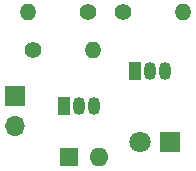
<source format=gbr>
%TF.GenerationSoftware,KiCad,Pcbnew,(5.1.12)-1*%
%TF.CreationDate,2023-08-17T10:50:11+05:30*%
%TF.ProjectId,low battery inductor,6c6f7720-6261-4747-9465-727920696e64,rev?*%
%TF.SameCoordinates,Original*%
%TF.FileFunction,Soldermask,Top*%
%TF.FilePolarity,Negative*%
%FSLAX46Y46*%
G04 Gerber Fmt 4.6, Leading zero omitted, Abs format (unit mm)*
G04 Created by KiCad (PCBNEW (5.1.12)-1) date 2023-08-17 10:50:11*
%MOMM*%
%LPD*%
G01*
G04 APERTURE LIST*
%ADD10O,1.700000X1.700000*%
%ADD11R,1.700000X1.700000*%
%ADD12O,1.400000X1.400000*%
%ADD13C,1.400000*%
%ADD14R,1.050000X1.500000*%
%ADD15O,1.050000X1.500000*%
%ADD16C,1.800000*%
%ADD17R,1.800000X1.800000*%
%ADD18O,1.600000X1.600000*%
%ADD19R,1.600000X1.600000*%
G04 APERTURE END LIST*
D10*
%TO.C,v1-12v1*%
X144825001Y-81665001D03*
D11*
X144825001Y-79125001D03*
%TD*%
D12*
%TO.C,R3*%
X159080000Y-72000000D03*
D13*
X154000000Y-72000000D03*
%TD*%
D12*
%TO.C,R2*%
X151450000Y-75225001D03*
D13*
X146370000Y-75225001D03*
%TD*%
D12*
%TO.C,R1*%
X145920000Y-72000000D03*
D13*
X151000000Y-72000000D03*
%TD*%
D14*
%TO.C,Q2*%
X155000000Y-77000000D03*
D15*
X157540000Y-77000000D03*
X156270000Y-77000000D03*
%TD*%
D14*
%TO.C,Q1*%
X149000000Y-80000000D03*
D15*
X151540000Y-80000000D03*
X150270000Y-80000000D03*
%TD*%
D16*
%TO.C,D2*%
X155460000Y-83000000D03*
D17*
X158000000Y-83000000D03*
%TD*%
D18*
%TO.C,D1*%
X152000000Y-84325000D03*
D19*
X149460000Y-84325000D03*
%TD*%
M02*

</source>
